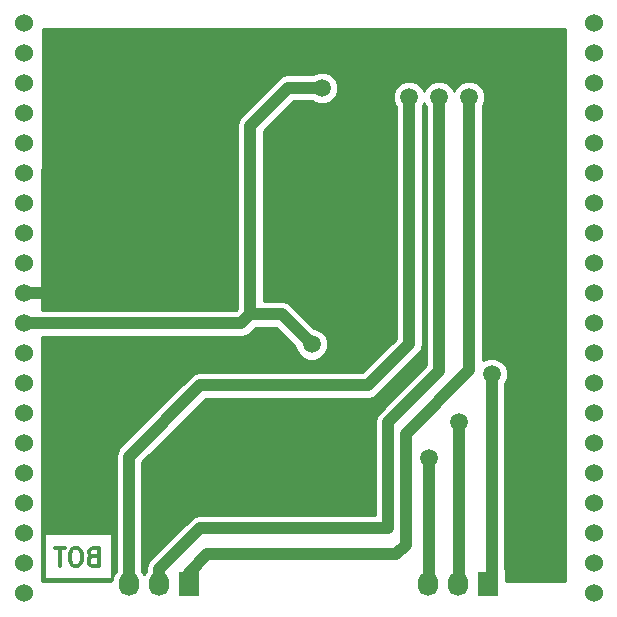
<source format=gbl>
G04 #@! TF.FileFunction,Copper,L2,Bot,Signal*
%FSLAX46Y46*%
G04 Gerber Fmt 4.6, Leading zero omitted, Abs format (unit mm)*
G04 Created by KiCad (PCBNEW 4.0.2-stable) date Mon 01 Aug 2016 12:05:57 PM CEST*
%MOMM*%
G01*
G04 APERTURE LIST*
%ADD10C,0.100000*%
%ADD11C,0.300000*%
%ADD12C,1.524000*%
%ADD13R,1.727200X2.032000*%
%ADD14O,1.727200X2.032000*%
%ADD15C,0.800000*%
%ADD16C,1.500000*%
%ADD17C,1.000000*%
%ADD18C,0.500000*%
%ADD19C,0.254000*%
G04 APERTURE END LIST*
D10*
D11*
X128399000Y-127947857D02*
X128184714Y-128019286D01*
X128113286Y-128090714D01*
X128041857Y-128233571D01*
X128041857Y-128447857D01*
X128113286Y-128590714D01*
X128184714Y-128662143D01*
X128327572Y-128733571D01*
X128899000Y-128733571D01*
X128899000Y-127233571D01*
X128399000Y-127233571D01*
X128256143Y-127305000D01*
X128184714Y-127376429D01*
X128113286Y-127519286D01*
X128113286Y-127662143D01*
X128184714Y-127805000D01*
X128256143Y-127876429D01*
X128399000Y-127947857D01*
X128899000Y-127947857D01*
X127113286Y-127233571D02*
X126827572Y-127233571D01*
X126684714Y-127305000D01*
X126541857Y-127447857D01*
X126470429Y-127733571D01*
X126470429Y-128233571D01*
X126541857Y-128519286D01*
X126684714Y-128662143D01*
X126827572Y-128733571D01*
X127113286Y-128733571D01*
X127256143Y-128662143D01*
X127399000Y-128519286D01*
X127470429Y-128233571D01*
X127470429Y-127733571D01*
X127399000Y-127447857D01*
X127256143Y-127305000D01*
X127113286Y-127233571D01*
X126041857Y-127233571D02*
X125184714Y-127233571D01*
X125613285Y-128733571D02*
X125613285Y-127233571D01*
D12*
X122555000Y-82804000D03*
X122555000Y-85344000D03*
X122555000Y-87884000D03*
X122555000Y-90424000D03*
X122555000Y-92964000D03*
X122555000Y-95504000D03*
X122555000Y-98044000D03*
X122555000Y-100584000D03*
X122555000Y-103124000D03*
X122555000Y-105664000D03*
X122555000Y-108204000D03*
X122555000Y-110744000D03*
X122555000Y-113284000D03*
X122555000Y-115824000D03*
X122555000Y-118364000D03*
X122555000Y-120904000D03*
X122555000Y-123444000D03*
X122555000Y-125984000D03*
X122555000Y-128524000D03*
X122555000Y-131064000D03*
X170815000Y-131064000D03*
X170815000Y-128524000D03*
X170815000Y-125984000D03*
X170815000Y-123444000D03*
X170815000Y-120904000D03*
X170815000Y-118364000D03*
X170815000Y-115824000D03*
X170815000Y-113284000D03*
X170815000Y-110744000D03*
X170815000Y-108204000D03*
X170815000Y-105664000D03*
X170815000Y-103124000D03*
X170815000Y-100584000D03*
X170815000Y-98044000D03*
X170815000Y-95504000D03*
X170815000Y-92964000D03*
X170815000Y-90424000D03*
X170815000Y-87884000D03*
X170815000Y-85344000D03*
X170815000Y-82804000D03*
D13*
X136539000Y-130305000D03*
D14*
X133999000Y-130305000D03*
X131459000Y-130305000D03*
D13*
X161899000Y-130305000D03*
D14*
X159359000Y-130305000D03*
X156819000Y-130305000D03*
D15*
X149639000Y-99120000D03*
X148336000Y-99120000D03*
X147039000Y-99125000D03*
X149639000Y-97820000D03*
X148336000Y-97820000D03*
X147039000Y-97825000D03*
X147039000Y-93925000D03*
X148336000Y-93920000D03*
X149639000Y-93920000D03*
X147039000Y-95225000D03*
X148336000Y-95220000D03*
X149639000Y-95220000D03*
X147039000Y-96525000D03*
X149639000Y-96520000D03*
X147099000Y-121855000D03*
X148407000Y-121842000D03*
X149699000Y-121855000D03*
X147099000Y-120555000D03*
X148407000Y-120542000D03*
X149699000Y-120555000D03*
X147099000Y-116655000D03*
X148407000Y-116642000D03*
X149699000Y-116655000D03*
X147099000Y-117955000D03*
X148407000Y-117942000D03*
X149699000Y-117955000D03*
X147099000Y-119255000D03*
X149699000Y-119255000D03*
X148336000Y-96520000D03*
X148407000Y-119242000D03*
D16*
X128778000Y-105664000D03*
X147828000Y-88265000D03*
X146939000Y-109982000D03*
X160274000Y-89027000D03*
X157734000Y-89027000D03*
X155194000Y-89027001D03*
X162179000Y-112522000D03*
X159385000Y-116586000D03*
X156845000Y-119567000D03*
D17*
X122555000Y-105664000D02*
X128778000Y-105664000D01*
X141732000Y-107442000D02*
X141732000Y-91472000D01*
X141732000Y-91472000D02*
X144939000Y-88265000D01*
X144939000Y-88265000D02*
X147828000Y-88265000D01*
X141732000Y-107442000D02*
X144399000Y-107442000D01*
X144399000Y-107442000D02*
X146939000Y-109982000D01*
X122555000Y-108204000D02*
X140970000Y-108204000D01*
X140970000Y-108204000D02*
X141732000Y-107442000D01*
D18*
X141859000Y-107442000D02*
X141858999Y-107442001D01*
D17*
X136539000Y-130305000D02*
X136539000Y-129315000D01*
X160274000Y-89027000D02*
X160274000Y-112180000D01*
X160274000Y-112180000D02*
X154899000Y-117555000D01*
X154899000Y-117555000D02*
X154899000Y-126955000D01*
X154899000Y-126955000D02*
X154099000Y-127755000D01*
X154099000Y-127755000D02*
X138099000Y-127755000D01*
X138099000Y-127755000D02*
X136539000Y-129315000D01*
X133999000Y-129039000D02*
X133999000Y-130305000D01*
X157734000Y-89027000D02*
X157734000Y-112220000D01*
X157734000Y-112220000D02*
X153399000Y-116555000D01*
X153399000Y-116555000D02*
X153399000Y-125555000D01*
X153399000Y-125555000D02*
X137483000Y-125555000D01*
X137483000Y-125555000D02*
X133999000Y-129039000D01*
X131459000Y-119495000D02*
X131459000Y-130305000D01*
X155194000Y-89027001D02*
X155194000Y-109960000D01*
X155194000Y-109960000D02*
X151699000Y-113455000D01*
X151699000Y-113455000D02*
X137499000Y-113455000D01*
X137499000Y-113455000D02*
X131459000Y-119495000D01*
X162179000Y-112522000D02*
X162179000Y-130025000D01*
X162179000Y-130025000D02*
X161899000Y-130305000D01*
X159385000Y-116586000D02*
X159385000Y-130279000D01*
X159385000Y-130279000D02*
X159359000Y-130305000D01*
X156845000Y-119567000D02*
X156845000Y-130279000D01*
X156845000Y-130279000D02*
X156819000Y-130305000D01*
D19*
G36*
X168402000Y-130048000D02*
X163401883Y-130048000D01*
X163401883Y-129289000D01*
X163358163Y-129056648D01*
X163306000Y-128975585D01*
X163306000Y-113342640D01*
X163345683Y-113303026D01*
X163555760Y-112797104D01*
X163556238Y-112249299D01*
X163347044Y-111743011D01*
X162960026Y-111355317D01*
X162454104Y-111145240D01*
X161906299Y-111144762D01*
X161401000Y-111353547D01*
X161401000Y-89847640D01*
X161440683Y-89808026D01*
X161650760Y-89302104D01*
X161651238Y-88754299D01*
X161442044Y-88248011D01*
X161055026Y-87860317D01*
X160549104Y-87650240D01*
X160001299Y-87649762D01*
X159495011Y-87858956D01*
X159107317Y-88245974D01*
X159004005Y-88494776D01*
X158902044Y-88248011D01*
X158515026Y-87860317D01*
X158009104Y-87650240D01*
X157461299Y-87649762D01*
X156955011Y-87858956D01*
X156567317Y-88245974D01*
X156464005Y-88494776D01*
X156362044Y-88248012D01*
X155975026Y-87860318D01*
X155469104Y-87650241D01*
X154921299Y-87649763D01*
X154415011Y-87858957D01*
X154027317Y-88245975D01*
X153817240Y-88751897D01*
X153816762Y-89299702D01*
X154025956Y-89805990D01*
X154067000Y-89847106D01*
X154067000Y-109493181D01*
X151232182Y-112328000D01*
X137499000Y-112328000D01*
X137067716Y-112413788D01*
X136702091Y-112658091D01*
X130662091Y-118698091D01*
X130417788Y-119063716D01*
X130332000Y-119495000D01*
X130332000Y-129175631D01*
X130081865Y-129549984D01*
X130033143Y-129794926D01*
X130033143Y-125928000D01*
X124264857Y-125928000D01*
X124264857Y-129882000D01*
X130015823Y-129882000D01*
X129982804Y-130048000D01*
X124079344Y-130048000D01*
X124135336Y-109331000D01*
X140970000Y-109331000D01*
X141401284Y-109245212D01*
X141766909Y-109000909D01*
X142198819Y-108569000D01*
X143932182Y-108569000D01*
X145561811Y-110198630D01*
X145561762Y-110254701D01*
X145770956Y-110760989D01*
X146157974Y-111148683D01*
X146663896Y-111358760D01*
X147211701Y-111359238D01*
X147717989Y-111150044D01*
X148105683Y-110763026D01*
X148315760Y-110257104D01*
X148316238Y-109709299D01*
X148107044Y-109203011D01*
X147720026Y-108815317D01*
X147214104Y-108605240D01*
X147156008Y-108605189D01*
X145195909Y-106645091D01*
X144830284Y-106400788D01*
X144399000Y-106315000D01*
X142859000Y-106315000D01*
X142859000Y-91938818D01*
X145405818Y-89392000D01*
X147007360Y-89392000D01*
X147046974Y-89431683D01*
X147552896Y-89641760D01*
X148100701Y-89642238D01*
X148606989Y-89433044D01*
X148994683Y-89046026D01*
X149204760Y-88540104D01*
X149205238Y-87992299D01*
X148996044Y-87486011D01*
X148609026Y-87098317D01*
X148103104Y-86888240D01*
X147555299Y-86887762D01*
X147049011Y-87096956D01*
X147007895Y-87138000D01*
X144939000Y-87138000D01*
X144507716Y-87223788D01*
X144142091Y-87468091D01*
X140935091Y-90675091D01*
X140690788Y-91040716D01*
X140605000Y-91472000D01*
X140605000Y-106975181D01*
X140503182Y-107077000D01*
X124141428Y-107077000D01*
X124205658Y-83312000D01*
X168402000Y-83312000D01*
X168402000Y-130048000D01*
X168402000Y-130048000D01*
G37*
X168402000Y-130048000D02*
X163401883Y-130048000D01*
X163401883Y-129289000D01*
X163358163Y-129056648D01*
X163306000Y-128975585D01*
X163306000Y-113342640D01*
X163345683Y-113303026D01*
X163555760Y-112797104D01*
X163556238Y-112249299D01*
X163347044Y-111743011D01*
X162960026Y-111355317D01*
X162454104Y-111145240D01*
X161906299Y-111144762D01*
X161401000Y-111353547D01*
X161401000Y-89847640D01*
X161440683Y-89808026D01*
X161650760Y-89302104D01*
X161651238Y-88754299D01*
X161442044Y-88248011D01*
X161055026Y-87860317D01*
X160549104Y-87650240D01*
X160001299Y-87649762D01*
X159495011Y-87858956D01*
X159107317Y-88245974D01*
X159004005Y-88494776D01*
X158902044Y-88248011D01*
X158515026Y-87860317D01*
X158009104Y-87650240D01*
X157461299Y-87649762D01*
X156955011Y-87858956D01*
X156567317Y-88245974D01*
X156464005Y-88494776D01*
X156362044Y-88248012D01*
X155975026Y-87860318D01*
X155469104Y-87650241D01*
X154921299Y-87649763D01*
X154415011Y-87858957D01*
X154027317Y-88245975D01*
X153817240Y-88751897D01*
X153816762Y-89299702D01*
X154025956Y-89805990D01*
X154067000Y-89847106D01*
X154067000Y-109493181D01*
X151232182Y-112328000D01*
X137499000Y-112328000D01*
X137067716Y-112413788D01*
X136702091Y-112658091D01*
X130662091Y-118698091D01*
X130417788Y-119063716D01*
X130332000Y-119495000D01*
X130332000Y-129175631D01*
X130081865Y-129549984D01*
X130033143Y-129794926D01*
X130033143Y-125928000D01*
X124264857Y-125928000D01*
X124264857Y-129882000D01*
X130015823Y-129882000D01*
X129982804Y-130048000D01*
X124079344Y-130048000D01*
X124135336Y-109331000D01*
X140970000Y-109331000D01*
X141401284Y-109245212D01*
X141766909Y-109000909D01*
X142198819Y-108569000D01*
X143932182Y-108569000D01*
X145561811Y-110198630D01*
X145561762Y-110254701D01*
X145770956Y-110760989D01*
X146157974Y-111148683D01*
X146663896Y-111358760D01*
X147211701Y-111359238D01*
X147717989Y-111150044D01*
X148105683Y-110763026D01*
X148315760Y-110257104D01*
X148316238Y-109709299D01*
X148107044Y-109203011D01*
X147720026Y-108815317D01*
X147214104Y-108605240D01*
X147156008Y-108605189D01*
X145195909Y-106645091D01*
X144830284Y-106400788D01*
X144399000Y-106315000D01*
X142859000Y-106315000D01*
X142859000Y-91938818D01*
X145405818Y-89392000D01*
X147007360Y-89392000D01*
X147046974Y-89431683D01*
X147552896Y-89641760D01*
X148100701Y-89642238D01*
X148606989Y-89433044D01*
X148994683Y-89046026D01*
X149204760Y-88540104D01*
X149205238Y-87992299D01*
X148996044Y-87486011D01*
X148609026Y-87098317D01*
X148103104Y-86888240D01*
X147555299Y-86887762D01*
X147049011Y-87096956D01*
X147007895Y-87138000D01*
X144939000Y-87138000D01*
X144507716Y-87223788D01*
X144142091Y-87468091D01*
X140935091Y-90675091D01*
X140690788Y-91040716D01*
X140605000Y-91472000D01*
X140605000Y-106975181D01*
X140503182Y-107077000D01*
X124141428Y-107077000D01*
X124205658Y-83312000D01*
X168402000Y-83312000D01*
X168402000Y-130048000D01*
G36*
X156565956Y-89805989D02*
X156607000Y-89847105D01*
X156607000Y-111753182D01*
X152602091Y-115758091D01*
X152357788Y-116123716D01*
X152272000Y-116555000D01*
X152272000Y-124428000D01*
X137483000Y-124428000D01*
X137051716Y-124513788D01*
X136686091Y-124758091D01*
X133202091Y-128242091D01*
X132957788Y-128607716D01*
X132872000Y-129039000D01*
X132872000Y-129175631D01*
X132729000Y-129389646D01*
X132586000Y-129175631D01*
X132586000Y-119961818D01*
X137965818Y-114582000D01*
X151699000Y-114582000D01*
X152130284Y-114496212D01*
X152495909Y-114251909D01*
X155990909Y-110756910D01*
X156235212Y-110391285D01*
X156262380Y-110254701D01*
X156321000Y-109960000D01*
X156321000Y-89847641D01*
X156360683Y-89808027D01*
X156463995Y-89559224D01*
X156565956Y-89805989D01*
X156565956Y-89805989D01*
G37*
X156565956Y-89805989D02*
X156607000Y-89847105D01*
X156607000Y-111753182D01*
X152602091Y-115758091D01*
X152357788Y-116123716D01*
X152272000Y-116555000D01*
X152272000Y-124428000D01*
X137483000Y-124428000D01*
X137051716Y-124513788D01*
X136686091Y-124758091D01*
X133202091Y-128242091D01*
X132957788Y-128607716D01*
X132872000Y-129039000D01*
X132872000Y-129175631D01*
X132729000Y-129389646D01*
X132586000Y-129175631D01*
X132586000Y-119961818D01*
X137965818Y-114582000D01*
X151699000Y-114582000D01*
X152130284Y-114496212D01*
X152495909Y-114251909D01*
X155990909Y-110756910D01*
X156235212Y-110391285D01*
X156262380Y-110254701D01*
X156321000Y-109960000D01*
X156321000Y-89847641D01*
X156360683Y-89808027D01*
X156463995Y-89559224D01*
X156565956Y-89805989D01*
M02*

</source>
